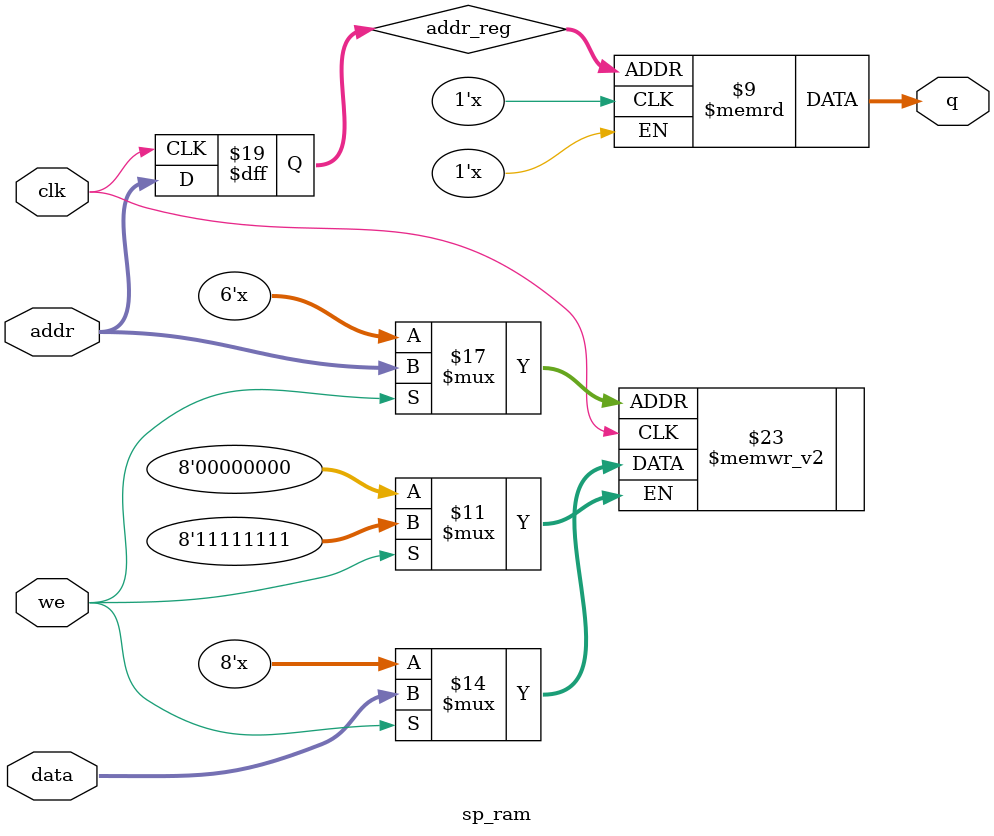
<source format=v>
module sp_ram  #(parameter DATA_WIDTH=8, parameter ADDR_WIDTH=6) (
	input [(DATA_WIDTH-1):0] data,
	input [(ADDR_WIDTH-1):0] addr,
	input we, clk,
	output [(DATA_WIDTH-1):0] q
);

	reg [DATA_WIDTH-1:0] ram[2**ADDR_WIDTH-1:0];

	reg [ADDR_WIDTH-1:0] addr_reg;

	always @ (posedge clk)
	begin
		if (we)
			ram[addr] <= data;

		addr_reg <= addr;
	end
	  
	assign q = ram[addr_reg];

endmodule

</source>
